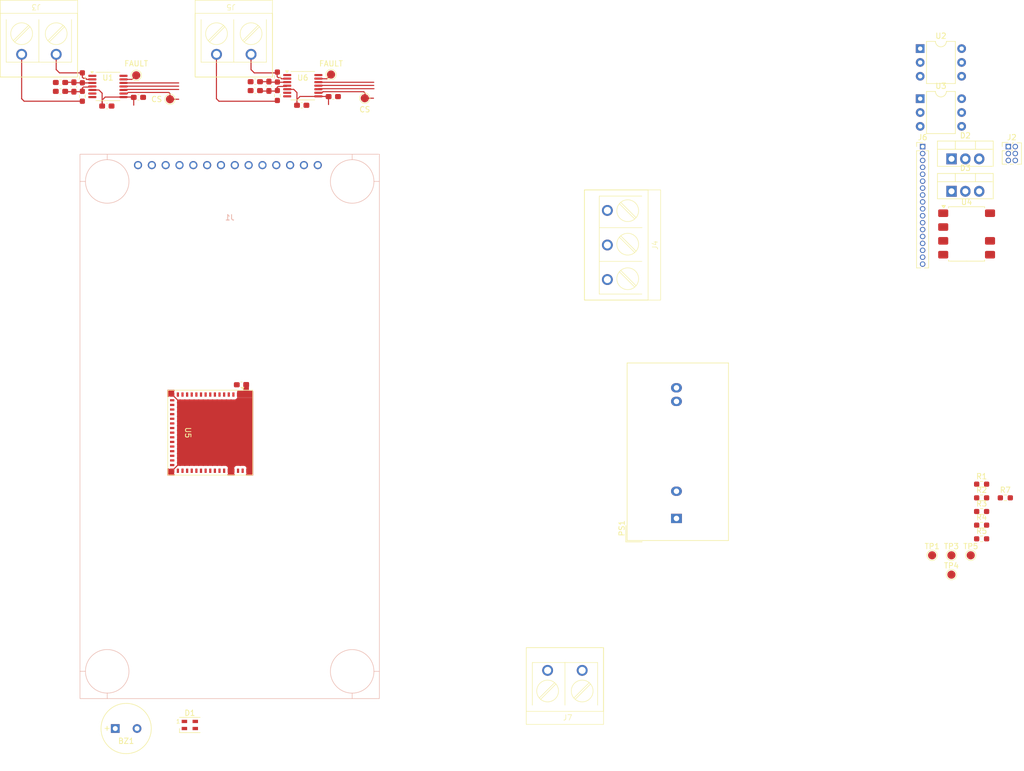
<source format=kicad_pcb>
(kicad_pcb (version 20240108) (generator "pcbnew") (generator_version "8.0")
  (layers (0 "F.Cu" signal) (31 "B.Cu" signal) (34 "B.Paste" user) (35 "F.Paste" user) (36 "B.SilkS" user "B.Silkscreen") (37 "F.SilkS" user "F.Silkscreen") (38 "B.Mask" user) (39 "F.Mask" user) (44 "Edge.Cuts" user))
  (net 0 "")
  (net 1 "GND")
  (net 2 "/BUZ")
  (net 3 "Net-(U1-T-)")
  (net 4 "Net-(U1-T+)")
  (net 5 "+3.3V")
  (net 6 "Net-(U6-T+)")
  (net 7 "Net-(U6-T-)")
  (net 8 "/LED_{STAT}")
  (net 10 "LINE")
  (net 11 "/HEATER1")
  (net 12 "Net-(D2-G)")
  (net 13 "/HEATER2")
  (net 14 "Net-(D3-G)")
  (net 15 "/~{CS}_{T}")
  (net 16 "/MISO")
  (net 17 "/DIN_{T}")
  (net 19 "/~{RESET}")
  (net 20 "/~{CS}_{D}")
  (net 21 "/CLK")
  (net 22 "/LED")
  (net 24 "/DC{slash}RS")
  (net 25 "/GPIO0")
  (net 26 "/RX")
  (net 27 "/TX")
  (net 28 "Net-(J3-Pin_1)")
  (net 29 "Net-(J3-Pin_2)")
  (net 30 "/FAN")
  (net 31 "Net-(J5-Pin_1)")
  (net 32 "Net-(J5-Pin_2)")
  (net 51 "NEUT")
  (net 52 "Net-(R1-Pad1)")
  (net 53 "Net-(R2-Pad1)")
  (net 54 "Net-(R3-Pad2)")
  (net 55 "/PWM1_{OUT}")
  (net 56 "Net-(R4-Pad2)")
  (net 57 "/PWM2_{OUT}")
  (net 58 "Net-(R5-Pad2)")
  (net 59 "/PWM3_{OUT}")
  (net 60 "/~{FAULT}_{K1}")
  (net 61 "/~{FAULT}_{K2}")
  (net 62 "/~{CS}_{K1}")
  (net 63 "/~{CS}_{K2}")
  (footprint "Dorabo_Screw_Terminal:DORABO DBT50G-6.35-2P-BK-P OGC" (layer "F.Cu") (at 134.675 31.9 180)
    (property "Reference" "J5" (at 0.5 6.231625 180) (layer "F.SilkS") (effects (font (thickness 0.1))))
    (property "Value" "Probe Right" (hide yes))
    (pad "1" thru_hole circle (at -3.175 -2.45 180) (size 2 2) (drill 1.3) (layers "*.Cu" "*.Mask") (net 31 "Net-(J5-Pin_1)"))
    (pad "2" thru_hole circle (at 3.175 -2.45 180) (size 2 2) (drill 1.3) (layers "*.Cu" "*.Mask") (net 32 "Net-(J5-Pin_2)"))
  )
  (footprint "Buzzer_Beeper:MagneticBuzzer_PUI_AT-0927-TT-6-R" (layer "F.Cu") (at 112.9 158.2)
    (property "Reference" "BZ1" (at 2 2.3 360) (layer "F.SilkS"))
    (property "Value" "Buzzer")
    (fp_text user "+" (at -1.5 -0.1 360) (layer "F.SilkS"))
    (pad "1" thru_hole rect (at 0 0) (size 1.6 1.6) (drill 0.9) (layers "*.Cu" "*.Mask") (net 2 "/BUZ"))
    (pad "2" thru_hole circle (at 4 0) (size 1.6 1.6) (drill 0.9) (layers "*.Cu" "*.Mask") (net 1 "GND"))
  )
  (footprint "Capacitor_SMD:C_0603_1608Metric_Pad1.08x0.95mm_HandSolder" (layer "F.Cu") (at 111.35 43.85)
    (property "Reference" "C5" (hide yes))
    (property "Value" "0.1uF 5V")
    (pad "1" smd roundrect (at -0.8625 0) (size 1.075 0.95) (layers "F.Cu" "F.Paste" "F.Mask") (net 5 "+3.3V"))
    (pad "2" smd roundrect (at 0.8625 0) (size 1.075 0.95) (layers "F.Cu" "F.Paste" "F.Mask") (net 1 "GND"))
  )
  (footprint "Connector_PinHeader_1.27mm:PinHeader_2x03_P1.27mm_Vertical" (layer "F.Cu") (at 276.965 51.3)
    (property "Reference" "J2" (at 0.635 -1.695 0) (layer "F.SilkS"))
    (property "Value" "Prog")
    (pad "1" thru_hole rect (at 0 0) (size 1 1) (drill 0.65) (layers "*.Cu" "*.Mask") (net 5 "+3.3V"))
    (pad "2" thru_hole oval (at 1.27 0) (size 1 1) (drill 0.65) (layers "*.Cu" "*.Mask") (net 26 "/RX"))
    (pad "3" thru_hole oval (at 0 1.27) (size 1 1) (drill 0.65) (layers "*.Cu" "*.Mask") (net 1 "GND"))
    (pad "4" thru_hole oval (at 1.27 1.27) (size 1 1) (drill 0.65) (layers "*.Cu" "*.Mask") (net 25 "/GPIO0"))
    (pad "5" thru_hole oval (at 0 2.54) (size 1 1) (drill 0.65) (layers "*.Cu" "*.Mask") (net 27 "/TX"))
    (pad "6" thru_hole oval (at 1.27 2.54) (size 1 1) (drill 0.65) (layers "*.Cu" "*.Mask") (net 19 "/~{RESET}"))
  )
  (footprint "Capacitor_SMD:C_0603_1608Metric_Pad1.08x0.95mm_HandSolder" (layer "F.Cu") (at 136.0875 95.05)
    (property "Reference" "C11" (hide yes))
    (property "Value" "0.1uF 5V")
    (pad "1" smd roundrect (at -0.8625 0) (size 1.075 0.95) (layers "F.Cu" "F.Paste" "F.Mask") (net 5 "+3.3V"))
    (pad "2" smd roundrect (at 0.8625 0) (size 1.075 0.95) (layers "F.Cu" "F.Paste" "F.Mask") (net 1 "GND"))
  )
  (footprint "TestPoint:TestPoint_Pad_D1.5mm" (layer "F.Cu") (at 266.505 126.38)
    (property "Reference" "TP3" (at 0 -1.648 0) (layer "F.SilkS"))
    (property "Value" "RX")
    (pad "1" smd circle (at 0 0) (size 1.5 1.5) (layers "F.Cu" "F.Mask") (net 26 "/RX"))
  )
  (footprint "Package_SO:TSSOP-14_4.4x5mm_P0.65mm" (layer "F.Cu") (at 147.35 40.110875)
    (property "Reference" "U6" (at 0 -1.45 360) (layer "F.SilkS"))
    (property "Value" "MAX31856")
    (pad "1" smd roundrect (at -2.8625 -1.95) (size 1.475 0.4) (layers "F.Cu" "F.Paste" "F.Mask") (net 1 "GND"))
    (pad "2" smd roundrect (at -2.8625 -1.3) (size 1.475 0.4) (layers "F.Cu" "F.Paste" "F.Mask") (net 31 "Net-(J5-Pin_1)"))
    (pad "3" smd roundrect (at -2.8625 -0.65) (size 1.475 0.4) (layers "F.Cu" "F.Paste" "F.Mask") (net 7 "Net-(U6-T-)"))
    (pad "4" smd roundrect (at -2.8625 0) (size 1.475 0.4) (layers "F.Cu" "F.Paste" "F.Mask") (net 6 "Net-(U6-T+)"))
    (pad "5" smd roundrect (at -2.8625 0.65) (size 1.475 0.4) (layers "F.Cu" "F.Paste" "F.Mask") (net 5 "+3.3V"))
    (pad "6" smd roundrect (at -2.8625 1.3) (size 1.475 0.4) (layers "F.Cu" "F.Paste" "F.Mask"))
    (pad "7" smd roundrect (at -2.8625 1.95) (size 1.475 0.4) (layers "F.Cu" "F.Paste" "F.Mask"))
    (pad "8" smd roundrect (at 2.8625 1.95) (size 1.475 0.4) (layers "F.Cu" "F.Paste" "F.Mask") (net 5 "+3.3V"))
    (pad "9" smd roundrect (at 2.8625 1.3) (size 1.475 0.4) (layers "F.Cu" "F.Paste" "F.Mask") (net 63 "/~{CS}_{K2}"))
    (pad "10" smd roundrect (at 2.8625 0.65) (size 1.475 0.4) (layers "F.Cu" "F.Paste" "F.Mask") (net 21 "/CLK"))
    (pad "11" smd roundrect (at 2.8625 0) (size 1.475 0.4) (layers "F.Cu" "F.Paste" "F.Mask") (net 16 "/MISO"))
    (pad "12" smd roundrect (at 2.8625 -0.65) (size 1.475 0.4) (layers "F.Cu" "F.Paste" "F.Mask") (net 17 "/DIN_{T}"))
    (pad "13" smd roundrect (at 2.8625 -1.3) (size 1.475 0.4) (layers "F.Cu" "F.Paste" "F.Mask") (net 61 "/~{FAULT}_{K2}"))
    (pad "14" smd roundrect (at 2.8625 -1.95) (size 1.475 0.4) (layers "F.Cu" "F.Paste" "F.Mask") (net 1 "GND"))
  )
  (footprint "TestPoint:TestPoint_Pad_D1.5mm" (layer "F.Cu") (at 116.75 38.2)
    (property "Reference" "FAULT" (at 0 -2.15 0) (layer "F.SilkS"))
    (property "Value" "E_{K1}")
    (pad "1" smd circle (at 0 0) (size 1.5 1.5) (layers "F.Cu" "F.Mask") (net 60 "/~{FAULT}_{K1}"))
  )
  (footprint "Capacitor_SMD:C_0603_1608Metric_Pad1.08x0.95mm_HandSolder" (layer "F.Cu") (at 147.15 43.710875)
    (property "Reference" "C9" (hide yes))
    (property "Value" "0.1uF 5V")
    (pad "1" smd roundrect (at -0.8625 0) (size 1.075 0.95) (layers "F.Cu" "F.Paste" "F.Mask") (net 5 "+3.3V"))
    (pad "2" smd roundrect (at 0.8625 0) (size 1.075 0.95) (layers "F.Cu" "F.Paste" "F.Mask") (net 1 "GND"))
  )
  (footprint "Capacitor_SMD:C_0603_1608Metric_Pad1.08x0.95mm_HandSolder" (layer "F.Cu") (at 152.95 42.110875)
    (property "Reference" "C10" (hide yes))
    (property "Value" "0.1uF 5V")
    (pad "1" smd roundrect (at -0.8625 0) (size 1.075 0.95) (layers "F.Cu" "F.Paste" "F.Mask") (net 5 "+3.3V"))
    (pad "2" smd roundrect (at 0.8625 0) (size 1.075 0.95) (layers "F.Cu" "F.Paste" "F.Mask") (net 1 "GND"))
  )
  (footprint "LED_SMD:LED_SK6805_PLCC4_2.4x2.7mm_P1.3mm" (layer "F.Cu") (at 126.6 157.55)
    (property "Reference" "D1" (at 0 -2.2 0) (layer "F.SilkS"))
    (property "Value" "SK6805")
    (fp_text user "1" (at -2.15 -0.65 0) (layer "F.SilkS") (effects (font (size 0.75 0.75) (thickness 0.12))))
    (pad "1" smd rect (at -1 -0.65) (size 1 0.6) (layers "F.Cu" "F.Paste" "F.Mask"))
    (pad "2" smd rect (at -1 0.65) (size 1 0.6) (layers "F.Cu" "F.Paste" "F.Mask") (net 1 "GND"))
    (pad "3" smd rect (at 1 0.65) (size 1 0.6) (layers "F.Cu" "F.Paste" "F.Mask") (net 8 "/LED_{STAT}"))
    (pad "4" smd rect (at 1 -0.65) (size 1 0.6) (layers "F.Cu" "F.Paste" "F.Mask") (net 5 "+3.3V"))
  )
  (footprint "Converter_ACDC:Converter_ACDC_Hi-Link_HLK-2Mxx" (layer "F.Cu") (at 215.9925 119.6075 90)
    (property "Reference" "PS1" (at -1.8 -10.04 90) (layer "F.SilkS"))
    (property "Value" "HLK-2M03")
    (pad "1" thru_hole rect (at 0 0 90) (size 1.7 2) (drill 1) (layers "*.Cu" "*.Mask") (net 10 "LINE"))
    (pad "2" thru_hole oval (at 5 0 90) (size 1.7 2) (drill 1) (layers "*.Cu" "*.Mask") (net 51 "NEUT"))
    (pad "3" thru_hole oval (at 21.5 0 90) (size 1.7 2) (drill 1) (layers "*.Cu" "*.Mask") (net 1 "GND"))
    (pad "4" thru_hole oval (at 24 0 90) (size 1.7 2) (drill 1) (layers "*.Cu" "*.Mask") (net 5 "+3.3V"))
  )
  (footprint "Package_SO:SSO-7-8_6.4x9.78mm_P2.54mm" (layer "F.Cu") (at 269.295 67.345)
    (property "Reference" "U4" (at 0 -5.84 0) (layer "F.SilkS"))
    (property "Value" "BC-BC3223A")
    (pad "1" smd roundrect (at -4.3 -3.81) (size 1.85 1.4) (layers "F.Cu" "F.Paste" "F.Mask") (roundrect_rratio 0.178571) (net 1 "GND"))
    (pad "2" smd roundrect (at -4.3 -1.27) (size 1.85 1.4) (layers "F.Cu" "F.Paste" "F.Mask") (roundrect_rratio 0.178571) (net 58 "Net-(R5-Pad2)"))
    (pad "3" smd roundrect (at -4.3 1.27) (size 1.85 1.4) (layers "F.Cu" "F.Paste" "F.Mask") (roundrect_rratio 0.178571) (net 1 "GND"))
    (pad "4" smd roundrect (at -4.3 3.81) (size 1.85 1.4) (layers "F.Cu" "F.Paste" "F.Mask") (roundrect_rratio 0.178571) (net 1 "GND"))
    (pad "5" smd roundrect (at 4.3 3.81) (size 1.85 1.4) (layers "F.Cu" "F.Paste" "F.Mask") (roundrect_rratio 0.178571) (net 51 "NEUT"))
    (pad "6" smd roundrect (at 4.3 1.27) (size 1.85 1.4) (layers "F.Cu" "F.Paste" "F.Mask") (roundrect_rratio 0.178571) (net 30 "/FAN"))
    (pad "8" smd roundrect (at 4.3 -3.81) (size 1.85 1.4) (layers "F.Cu" "F.Paste" "F.Mask") (roundrect_rratio 0.178571) (net 10 "LINE"))
  )
  (footprint "Package_TO_SOT_THT:TO-220-3_Vertical" (layer "F.Cu") (at 266.525 59.51)
    (property "Reference" "D3" (at 2.54 -4.27 0) (layer "F.SilkS"))
    (property "Value" "BT151-650R")
    (pad "1" thru_hole rect (at 0 0) (size 1.905 2) (drill 1.1) (layers "*.Cu" "*.Mask") (net 13 "/HEATER2"))
    (pad "2" thru_hole oval (at 2.54 0) (size 1.905 2) (drill 1.1) (layers "*.Cu" "*.Mask") (net 10 "LINE"))
    (pad "3" thru_hole oval (at 5.08 0) (size 1.905 2) (drill 1.1) (layers "*.Cu" "*.Mask") (net 14 "Net-(D3-G)"))
  )
  (footprint "TestPoint:TestPoint_Pad_D1.5mm" (layer "F.Cu") (at 122.95 42.6)
    (property "Reference" "CS" (at -2.45 0 0) (layer "F.SilkS"))
    (property "Value" "CS_{K1}")
    (pad "1" smd circle (at 0 0) (size 1.5 1.5) (layers "F.Cu" "F.Mask") (net 62 "/~{CS}_{K1}"))
  )
  (footprint "TestPoint:TestPoint_Pad_D1.5mm" (layer "F.Cu") (at 270.055 126.38)
    (property "Reference" "TP5" (at 0 -1.648 0) (layer "F.SilkS"))
    (property "Value" "EN")
    (pad "1" smd circle (at 0 0) (size 1.5 1.5) (layers "F.Cu" "F.Mask") (net 19 "/~{RESET}"))
  )
  (footprint "Package_TO_SOT_THT:TO-220-3_Vertical" (layer "F.Cu") (at 266.525 53.55)
    (property "Reference" "D2" (at 2.54 -4.27 0) (layer "F.SilkS"))
    (property "Value" "BT151-650R")
    (pad "1" thru_hole rect (at 0 0) (size 1.905 2) (drill 1.1) (layers "*.Cu" "*.Mask") (net 11 "/HEATER1"))
    (pad "2" thru_hole oval (at 2.54 0) (size 1.905 2) (drill 1.1) (layers "*.Cu" "*.Mask") (net 10 "LINE"))
    (pad "3" thru_hole oval (at 5.08 0) (size 1.905 2) (drill 1.1) (layers "*.Cu" "*.Mask") (net 12 "Net-(D2-G)"))
  )
  (footprint "Capacitor_SMD:C_0603_1608Metric_Pad1.08x0.95mm_HandSolder" (layer "F.Cu") (at 105.3 40.35 90)
    (property "Reference" "C1" (hide yes))
    (property "Value" "0.1uF 5V")
    (pad "1" smd roundrect (at -0.8625 0 90) (size 1.075 0.95) (layers "F.Cu" "F.Paste" "F.Mask") (net 4 "Net-(U1-T+)"))
    (pad "2" smd roundrect (at 0.8625 0 90) (size 1.075 0.95) (layers "F.Cu" "F.Paste" "F.Mask") (net 3 "Net-(U1-T-)"))
  )
  (footprint "TestPoint:TestPoint_Pad_D1.5mm" (layer "F.Cu") (at 158.7375 42.410875 180)
    (property "Reference" "CS" (at 0 -2.07 360) (layer "F.SilkS"))
    (property "Value" "CS_{K2}")
    (pad "1" smd circle (at 0 0 180) (size 1.5 1.5) (layers "F.Cu" "F.Mask") (net 63 "/~{CS}_{K2}"))
  )
  (footprint "Package_DIP:DIP-6_W7.62mm" (layer "F.Cu") (at 260.765 42.5)
    (property "Reference" "U3" (at 3.81 -2.33 0) (layer "F.SilkS"))
    (property "Value" "HT-308X")
    (pad "1" thru_hole rect (at 0 0) (size 1.6 1.6) (drill 0.8) (layers "*.Cu" "*.Mask") (net 56 "Net-(R4-Pad2)"))
    (pad "2" thru_hole oval (at 0 2.54) (size 1.6 1.6) (drill 0.8) (layers "*.Cu" "*.Mask") (net 1 "GND"))
    (pad "3" thru_hole oval (at 0 5.08) (size 1.6 1.6) (drill 0.8) (layers "*.Cu" "*.Mask"))
    (pad "4" thru_hole oval (at 7.62 5.08) (size 1.6 1.6) (drill 0.8) (layers "*.Cu" "*.Mask") (net 53 "Net-(R2-Pad1)"))
    (pad "5" thru_hole oval (at 7.62 2.54) (size 1.6 1.6) (drill 0.8) (layers "*.Cu" "*.Mask"))
    (pad "6" thru_hole oval (at 7.62 0) (size 1.6 1.6) (drill 0.8) (layers "*.Cu" "*.Mask") (net 10 "LINE"))
  )
  (footprint "TestPoint:TestPoint_Pad_D1.5mm" (layer "F.Cu") (at 152.5375 38.060875 180)
    (property "Reference" "FAULT" (at 0 2 360) (layer "F.SilkS"))
    (property "Value" "E_{K2}")
    (pad "1" smd circle (at 0 0 180) (size 1.5 1.5) (layers "F.Cu" "F.Mask") (net 61 "/~{FAULT}_{K2}"))
  )
  (footprint "Resistor_SMD:R_0603_1608Metric_Pad0.98x0.95mm_HandSolder" (layer "F.Cu") (at 272.055 118.33)
    (property "Reference" "R3" (at 0 -1.43 0) (layer "F.SilkS"))
    (property "Value" "105")
    (pad "1" smd roundrect (at -0.9125 0) (size 0.975 0.95) (layers "F.Cu" "F.Paste" "F.Mask") (net 55 "/PWM1_{OUT}"))
    (pad "2" smd roundrect (at 0.9125 0) (size 0.975 0.95) (layers "F.Cu" "F.Paste" "F.Mask") (net 54 "Net-(R3-Pad2)"))
  )
  (footprint "Capacitor_SMD:C_0603_1608Metric_Pad1.08x0.95mm_HandSolder" (layer "F.Cu") (at 102.8375 39.52 180)
    (property "Reference" "C2" (hide yes))
    (property "Value" "0.01uF 5V")
    (pad "1" smd roundrect (at -0.8625 0 180) (size 1.075 0.95) (layers "F.Cu" "F.Paste" "F.Mask") (net 3 "Net-(U1-T-)"))
    (pad "2" smd roundrect (at 0.8625 0 180) (size 1.075 0.95) (layers "F.Cu" "F.Paste" "F.Mask") (net 1 "GND"))
  )
  (footprint "Resistor_SMD:R_0603_1608Metric_Pad0.98x0.95mm_HandSolder" (layer "F.Cu") (at 106.85 42.05 90)
    (property "Reference" "R6" (hide yes))
    (property "Value" "100")
    (pad "1" smd roundrect (at -0.9125 0 90) (size 0.975 0.95) (layers "F.Cu" "F.Paste" "F.Mask") (net 29 "Net-(J3-Pin_2)"))
    (pad "2" smd roundrect (at 0.9125 0 90) (size 0.975 0.95) (layers "F.Cu" "F.Paste" "F.Mask") (net 4 "Net-(U1-T+)"))
  )
  (footprint "Resistor_SMD:R_0603_1608Metric_Pad0.98x0.95mm_HandSolder" (layer "F.Cu") (at 276.405 115.82)
    (property "Reference" "R7" (at 0 -1.43 0) (layer "F.SilkS"))
    (property "Value" "1k")
    (pad "1" smd roundrect (at -0.9125 0) (size 0.975 0.95) (layers "F.Cu" "F.Paste" "F.Mask") (net 5 "+3.3V"))
    (pad "2" smd roundrect (at 0.9125 0) (size 0.975 0.95) (layers "F.Cu" "F.Paste" "F.Mask") (net 19 "/~{RESET}"))
  )
  (footprint "Package_SO:TSSOP-14_4.4x5mm_P0.65mm" (layer "F.Cu") (at 111.55 40.25)
    (property "Reference" "U1" (at 0 -1.6 0) (layer "F.SilkS"))
    (property "Value" "MAX31856")
    (pad "1" smd roundrect (at -2.8625 -1.95) (size 1.475 0.4) (layers "F.Cu" "F.Paste" "F.Mask") (net 1 "GND"))
    (pad "2" smd roundrect (at -2.8625 -1.3) (size 1.475 0.4) (layers "F.Cu" "F.Paste" "F.Mask") (net 28 "Net-(J3-Pin_1)"))
    (pad "3" smd roundrect (at -2.8625 -0.65) (size 1.475 0.4) (layers "F.Cu" "F.Paste" "F.Mask") (net 3 "Net-(U1-T-)"))
    (pad "4" smd roundrect (at -2.8625 0) (size 1.475 0.4) (layers "F.Cu" "F.Paste" "F.Mask") (net 4 "Net-(U1-T+)"))
    (pad "5" smd roundrect (at -2.8625 0.65) (size 1.475 0.4) (layers "F.Cu" "F.Paste" "F.Mask") (net 5 "+3.3V"))
    (pad "6" smd roundrect (at -2.8625 1.3) (size 1.475 0.4) (layers "F.Cu" "F.Paste" "F.Mask"))
    (pad "7" smd roundrect (at -2.8625 1.95) (size 1.475 0.4) (layers "F.Cu" "F.Paste" "F.Mask"))
    (pad "8" smd roundrect (at 2.8625 1.95) (size 1.475 0.4) (layers "F.Cu" "F.Paste" "F.Mask") (net 5 "+3.3V"))
    (pad "9" smd roundrect (at 2.8625 1.3) (size 1.475 0.4) (layers "F.Cu" "F.Paste" "F.Mask") (net 62 "/~{CS}_{K1}"))
    (pad "10" smd roundrect (at 2.8625 0.65) (size 1.475 0.4) (layers "F.Cu" "F.Paste" "F.Mask") (net 21 "/CLK"))
    (pad "11" smd roundrect (at 2.8625 0) (size 1.475 0.4) (layers "F.Cu" "F.Paste" "F.Mask") (net 16 "/MISO"))
    (pad "12" smd roundrect (at 2.8625 -0.65) (size 1.475 0.4) (layers "F.Cu" "F.Paste" "F.Mask") (net 17 "/DIN_{T}"))
    (pad "13" smd roundrect (at 2.8625 -1.3) (size 1.475 0.4) (layers "F.Cu" "F.Paste" "F.Mask") (net 60 "/~{FAULT}_{K1}"))
    (pad "14" smd roundrect (at 2.8625 -1.95) (size 1.475 0.4) (layers "F.Cu" "F.Paste" "F.Mask") (net 1 "GND"))
  )
  (footprint "Dorabo_Screw_Terminal:DORABO DBT50G-6.35-3P-BK-P OGC" (layer "F.Cu") (at 205.7 72.4 90)
    (property "Reference" "J4" (at 2.99 6.36 90) (layer "F.SilkS") (effects (font (thickness 0.1))))
    (property "Value" "Heaters / Fan" (hide yes))
    (pad "1" thru_hole circle (at -3.325 -2.4 90) (size 2 2) (drill 1.3) (layers "*.Cu" "*.Mask") (net 11 "/HEATER1"))
    (pad "2" thru_hole circle (at 3.025 -2.4 90) (size 2 2) (drill 1.3) (layers "*.Cu" "*.Mask") (net 13 "/HEATER2"))
    (pad "3" thru_hole circle (at 9.375 -2.4 90) (size 2 2) (drill 1.3) (layers "*.Cu" "*.Mask") (net 30 "/FAN"))
  )
  (footprint "TestPoint:TestPoint_Pad_D1.5mm" (layer "F.Cu") (at 262.955 126.38)
    (property "Reference" "TP1" (at 0 -1.648 0) (layer "F.SilkS"))
    (property "Value" "PWR")
    (pad "1" smd circle (at 0 0) (size 1.5 1.5) (layers "F.Cu" "F.Mask") (net 5 "+3.3V"))
  )
  (footprint "Connector_PinHeader_1.27mm:PinHeader_1x18_P1.27mm_Vertical" (layer "F.Cu") (at 261.215 51.3)
    (property "Reference" "J6" (at 0 -1.695 0) (layer "F.SilkS"))
    (property "Value" "Expansion Port")
    (pad "1" thru_hole rect (at 0 0) (size 1 1) (drill 0.65) (layers "*.Cu" "*.Mask"))
    (pad "2" thru_hole oval (at 0 1.27) (size 1 1) (drill 0.65) (layers "*.Cu" "*.Mask"))
    (pad "3" thru_hole oval (at 0 2.54) (size 1 1) (drill 0.65) (layers "*.Cu" "*.Mask"))
    (pad "4" thru_hole oval (at 0 3.81) (size 1 1) (drill 0.65) (layers "*.Cu" "*.Mask"))
    (pad "5" thru_hole oval (at 0 5.08) (size 1 1) (drill 0.65) (layers "*.Cu" "*.Mask"))
    (pad "6" thru_hole oval (at 0 6.35) (size 1 1) (drill 0.65) (layers "*.Cu" "*.Mask"))
    (pad "7" thru_hole oval (at 0 7.62) (size 1 1) (drill 0.65) (layers "*.Cu" "*.Mask"))
    (pad "8" thru_hole oval (at 0 8.89) (size 1 1) (drill 0.65) (layers "*.Cu" "*.Mask"))
    (pad "9" thru_hole oval (at 0 10.16) (size 1 1) (drill 0.65) (layers "*.Cu" "*.Mask"))
    (pad "10" thru_hole oval (at 0 11.43) (size 1 1) (drill 0.65) (layers "*.Cu" "*.Mask"))
    (pad "11" thru_hole oval (at 0 12.7) (size 1 1) (drill 0.65) (layers "*.Cu" "*.Mask"))
    (pad "12" thru_hole oval (at 0 13.97) (size 1 1) (drill 0.65) (layers "*.Cu" "*.Mask"))
    (pad "13" thru_hole oval (at 0 15.24) (size 1 1) (drill 0.65) (layers "*.Cu" "*.Mask"))
    (pad "14" thru_hole oval (at 0 16.51) (size 1 1) (drill 0.65) (layers "*.Cu" "*.Mask"))
    (pad "15" thru_hole oval (at 0 17.78) (size 1 1) (drill 0.65) (layers "*.Cu" "*.Mask"))
    (pad "16" thru_hole oval (at 0 19.05) (size 1 1) (drill 0.65) (layers "*.Cu" "*.Mask"))
    (pad "17" thru_hole oval (at 0 20.32) (size 1 1) (drill 0.65) (layers "*.Cu" "*.Mask"))
    (pad "18" thru_hole oval (at 0 21.59) (size 1 1) (drill 0.65) (layers "*.Cu" "*.Mask"))
  )
  (footprint "Capacitor_SMD:C_0603_1608Metric_Pad1.08x0.95mm_HandSolder" (layer "F.Cu") (at 102.8375 41.15 180)
    (property "Reference" "C3" (hide yes))
    (property "Value" "0.01uF 5V")
    (pad "1" smd roundrect (at -0.8625 0 180) (size 1.075 0.95) (layers "F.Cu" "F.Paste" "F.Mask") (net 4 "Net-(U1-T+)"))
    (pad "2" smd roundrect (at 0.8625 0 180) (size 1.075 0.95) (layers "F.Cu" "F.Paste" "F.Mask") (net 1 "GND"))
  )
  (footprint "Capacitor_SMD:C_0603_1608Metric_Pad1.08x0.95mm_HandSolder" (layer "F.Cu") (at 141.125 40.210875 90)
    (property "Reference" "C7" (hide yes))
    (property "Value" "0.1uF 5V")
    (pad "1" smd roundrect (at -0.8625 0 90) (size 1.075 0.95) (layers "F.Cu" "F.Paste" "F.Mask") (net 6 "Net-(U6-T+)"))
    (pad "2" smd roundrect (at 0.8625 0 90) (size 1.075 0.95) (layers "F.Cu" "F.Paste" "F.Mask") (net 7 "Net-(U6-T-)"))
  )
  (footprint "RF_Module:ESP32-S2-MINI-1U" (layer "F.Cu") (at 130.35 103.85 -90)
    (property "Reference" "U5" (at 0 4.1 -90) (layer "F.SilkS"))
    (property "Value" "ESP32-S2-MINI-2U")
    (pad "1" smd rect (at -7 -5.95 270) (size 0.8 0.4) (layers "F.Cu" "F.Paste" "F.Mask") (net 1 "GND"))
    (pad "2" smd rect (at -7 -5.1 270) (size 0.8 0.4) (layers "F.Cu" "F.Paste" "F.Mask") (net 1 "GND"))
    (pad "3" smd rect (at -7 -4.25 270) (size 0.8 0.4) (layers "F.Cu" "F.Paste" "F.Mask") (net 5 "+3.3V"))
    (pad "4" smd rect (at -7 -3.4 270) (size 0.8 0.4) (layers "F.Cu" "F.Paste" "F.Mask") (net 25 "/GPIO0"))
    (pad "5" smd rect (at -7 -2.55 270) (size 0.8 0.4) (layers "F.Cu" "F.Paste" "F.Mask") (net 55 "/PWM1_{OUT}"))
    (pad "6" smd rect (at -7 -1.7 270) (size 0.8 0.4) (layers "F.Cu" "F.Paste" "F.Mask") (net 57 "/PWM2_{OUT}"))
    (pad "7" smd rect (at -7 -0.85 270) (size 0.8 0.4) (layers "F.Cu" "F.Paste" "F.Mask") (net 59 "/PWM3_{OUT}"))
    (pad "8" smd rect (at -7 0 270) (size 0.8 0.4) (layers "F.Cu" "F.Paste" "F.Mask"))
    (pad "9" smd rect (at -7 0.85 270) (size 0.8 0.4) (layers "F.Cu" "F.Paste" "F.Mask") (net 20 "/~{CS}_{D}"))
    (pad "10" smd rect (at -7 1.7 270) (size 0.8 0.4) (layers "F.Cu" "F.Paste" "F.Mask") (net 15 "/~{CS}_{T}"))
    (pad "11" smd rect (at -7 2.55 270) (size 0.8 0.4) (layers "F.Cu" "F.Paste" "F.Mask") (net 62 "/~{CS}_{K1}"))
    (pad "12" smd rect (at -7 3.4 270) (size 0.8 0.4) (layers "F.Cu" "F.Paste" "F.Mask") (net 63 "/~{CS}_{K2}"))
    (pad "13" smd rect (at -7 4.25 270) (size 0.8 0.4) (layers "F.Cu" "F.Paste" "F.Mask"))
    (pad "14" smd rect (at -7 5.1 270) (size 0.8 0.4) (layers "F.Cu" "F.Paste" "F.Mask") (net 17 "/DIN_{T}"))
    (pad "15" smd rect (at -7 5.95 270) (size 0.8 0.4) (layers "F.Cu" "F.Paste" "F.Mask") (net 16 "/MISO"))
    (pad "16" smd rect (at -5.95 7) (size 0.8 0.4) (layers "F.Cu" "F.Paste" "F.Mask") (net 21 "/CLK"))
    (pad "17" smd rect (at -5.1 7) (size 0.8 0.4) (layers "F.Cu" "F.Paste" "F.Mask"))
    (pad "18" smd rect (at -4.25 7) (size 0.8 0.4) (layers "F.Cu" "F.Paste" "F.Mask") (net 24 "/DC{slash}RS"))
    (pad "19" smd rect (at -3.4 7) (size 0.8 0.4) (layers "F.Cu" "F.Paste" "F.Mask") (net 22 "/LED"))
    (pad "20" smd rect (at -2.55 7) (size 0.8 0.4) (layers "F.Cu" "F.Paste" "F.Mask"))
    (pad "21" smd rect (at -1.7 7) (size 0.8 0.4) (layers "F.Cu" "F.Paste" "F.Mask") (net 8 "/LED_{STAT}"))
    (pad "22" smd rect (at -0.85 7) (size 0.8 0.4) (layers "F.Cu" "F.Paste" "F.Mask"))
    (pad "23" smd rect (at 0 7) (size 0.8 0.4) (layers "F.Cu" "F.Paste" "F.Mask"))
    (pad "24" smd rect (at 0.85 7) (size 0.8 0.4) (layers "F.Cu" "F.Paste" "F.Mask") (net 2 "/BUZ"))
    (pad "25" smd rect (at 1.7 7) (size 0.8 0.4) (layers "F.Cu" "F.Paste" "F.Mask"))
    (pad "26" smd rect (at 2.55 7) (size 0.8 0.4) (layers "F.Cu" "F.Paste" "F.Mask"))
    (pad "27" smd rect (at 3.4 7) (size 0.8 0.4) (layers "F.Cu" "F.Paste" "F.Mask"))
    (pad "28" smd rect (at 4.25 7) (size 0.8 0.4) (layers "F.Cu" "F.Paste" "F.Mask"))
    (pad "29" smd rect (at 5.1 7) (size 0.8 0.4) (layers "F.Cu" "F.Paste" "F.Mask"))
    (pad "30" smd rect (at 5.95 7) (size 0.8 0.4) (layers "F.Cu" "F.Paste" "F.Mask"))
    (pad "31" smd rect (at 7 5.95 270) (size 0.8 0.4) (layers "F.Cu" "F.Paste" "F.Mask"))
    (pad "32" smd rect (at 7 5.1 270) (size 0.8 0.4) (layers "F.Cu" "F.Paste" "F.Mask"))
    (pad "33" smd rect (at 7 4.25 270) (size 0.8 0.4) (layers "F.Cu" "F.Paste" "F.Mask"))
    (pad "34" smd rect (at 7 3.4 270) (size 0.8 0.4) (layers "F.Cu" "F.Paste" "F.Mask"))
    (pad "35" smd rect (at 7 2.55 270) (size 0.8 0.4) (layers "F.Cu" "F.Paste" "F.Mask"))
    (pad "36" smd rect (at 7 1.7 270) (size 0.8 0.4) (layers "F.Cu" "F.Paste" "F.Mask"))
    (pad "37" smd rect (at 7 0.85 270) (size 0.8 0.4) (layers "F.Cu" "F.Paste" "F.Mask"))
    (pad "38" smd rect (at 7 0 270) (size 0.8 0.4) (layers "F.Cu" "F.Paste" "F.Mask"))
    (pad "39" smd rect (at 7 -0.85 270) (size 0.8 0.4) (layers "F.Cu" "F.Paste" "F.Mask") (net 27 "/TX"))
    (pad "40" smd rect (at 7 -1.7 270) (size 0.8 0.4) (layers "F.Cu" "F.Paste" "F.Mask") (net 26 "/RX"))
    (pad "41" smd rect (at 7 -2.55 270) (size 0.8 0.4) (layers "F.Cu" "F.Paste" "F.Mask"))
    (pad "42" smd rect (at 7 -3.4 270) (size 0.8 0.4) (layers "F.Cu" "F.Paste" "F.Mask") (net 1 "GND"))
    (pad "43" smd rect (at 7 -4.25 270) (size 0.8 0.4) (layers "F.Cu" "F.Paste" "F.Mask") (net 1 "GND"))
    (pad "44" smd rect (at 7 -5.1 270) (size 0.8 0.4) (layers "F.Cu" "F.Paste" "F.Mask"))
    (pad "45" smd rect (at 7 -5.95 270) (size 0.8 0.4) (layers "F.Cu" "F.Paste" "F.Mask") (net 19 "/~{RESET}"))
    (pad "46" smd rect (at 5.95 -7) (size 0.8 0.4) (layers "F.Cu" "F.Paste" "F.Mask") (net 1 "GND"))
    (pad "47" smd rect (at 5.1 -7) (size 0.8 0.4) (layers "F.Cu" "F.Paste" "F.Mask") (net 1 "GND"))
    (pad "48" smd rect (at 4.25 -7) (size 0.8 0.4) (layers "F.Cu" "F.Paste" "F.Mask") (net 1 "GND"))
    (pad "49" smd rect (at 3.4 -7) (size 0.8 0.4) (layers "F.Cu" "F.Paste" "F.Mask") (net 1 "GND"))
    (pad "50" smd rect (at 2.55 -7) (size 0.8 0.4) (layers "F.Cu" "F.Paste" "F.Mask") (net 1 "GND"))
    (pad "51" smd rect (at 1.7 -7) (size 0.8 0.4) (layers "F.Cu" "F.Paste" "F.Mask") (net 1 "GND"))
    (pad "52" smd rect (at 0.85 -7) (size 0.8 0.4) (layers "F.Cu" "F.Paste" "F.Mask") (net 1 "GND"))
    (pad "53" smd rect (at 0 -7) (size 0.8 0.4) (layers "F.Cu" "F.Paste" "F.Mask") (net 1 "GND"))
    (pad "54" smd rect (at -0.85 -7) (size 0.8 0.4) (layers "F.Cu" "F.Paste" "F.Mask") (net 1 "GND"))
    (pad "55" smd rect (at -1.7 -7) (size 0.8 0.4) (layers "F.Cu" "F.Paste" "F.Mask") (net 1 "GND"))
    (pad "56" smd rect (at -2.55 -7) (size 0.8 0.4) (layers "F.Cu" "F.Paste" "F.Mask") (net 1 "GND"))
    (pad "57" smd rect (at -3.4 -7) (size 0.8 0.4) (layers "F.Cu" "F.Paste" "F.Mask") (net 1 "GND"))
    (pad "58" smd rect (at -4.25 -7) (size 0.8 0.4) (layers "F.Cu" "F.Paste" "F.Mask") (net 1 "GND"))
    (pad "59" smd rect (at -5.1 -7) (size 0.8 0.4) (layers "F.Cu" "F.Paste" "F.Mask") (net 1 "GND"))
    (pad "60" smd rect (at -5.95 -7) (size 0.8 0.4) (layers "F.Cu" "F.Paste" "F.Mask") (net 1 "GND"))
    (pad "61" smd roundrect (at -1.65 -1.65 270) (size 1.2 1.2) (layers "F.Cu" "F.Paste" "F.Mask") (roundrect_rratio 0) (chamfer_ratio 0.33) (chamfer top_left) (net 1 "GND"))
    (pad "61" smd rect (at -1.65 0 270) (size 1.2 1.2) (layers "F.Cu" "F.Paste" "F.Mask") (net 1 "GND"))
    (pad "61" smd rect (at -1.65 1.65 270) (size 1.2 1.2) (layers "F.Cu" "F.Paste" "F.Mask") (net 1 "GND"))
    (pad "61" smd rect (at 0 -1.65 270) (size 1.2 1.2) (layers "F.Cu" "F.Paste" "F.Mask") (net 1 "GND"))
    (pad "61" smd rect (at 0 0 270) (size 1.2 1.2) (layers "F.Cu" "F.Paste" "F.Mask") (net 1 "GND"))
    (pad "61" smd rect (at 0 1.65 270) (size 1.2 1.2) (layers "F.Cu" "F.Paste" "F.Mask") (net 1 "GND"))
    (pad "61" smd rect (at 1.65 -1.65 270) (size 1.2 1.2) (layers "F.Cu" "F.Paste" "F.Mask") (net 1 "GND"))
    (pad "61" smd rect (at 1.65 0 270) (size 1.2 1.2) (layers "F.Cu" "F.Paste" "F.Mask") (net 1 "GND"))
    (pad "61" smd rect (at 1.65 1.65 270) (size 1.2 1.2) (layers "F.Cu" "F.Paste" "F.Mask") (net 1 "GND"))
    (pad "62" smd rect (at -7 -7 270) (size 0.8 0.8) (layers "F.Cu" "F.Paste" "F.Mask") (net 1 "GND"))
    (pad "63" smd rect (at -7 7 270) (size 0.8 0.8) (layers "F.Cu" "F.Paste" "F.Mask") (net 1 "GND"))
    (pad "64" smd rect (at 7 7 270) (size 0.8 0.8) (layers "F.Cu" "F.Paste" "F.Mask") (net 1 "GND"))
    (pad "65" smd rect (at 7 -7 270) (size 0.8 0.8) (layers "F.Cu" "F.Paste" "F.Mask") (net 1 "GND"))
  )
  (footprint "Resistor_SMD:R_0603_1608Metric_Pad0.98x0.95mm_HandSolder" (layer "F.Cu") (at 142.675 41.910875 90)
    (property "Reference" "R9" (hide yes))
    (property "Value" "100")
    (pad "1" smd roundrect (at -0.9125 0 90) (size 0.975 0.95) (layers "F.Cu" "F.Paste" "F.Mask") (net 32 "Net-(J5-Pin_2)"))
    (pad "2" smd roundrect (at 0.9125 0 90) (size 0.975 0.95) (layers "F.Cu" "F.Paste" "F.Mask") (net 6 "Net-(U6-T+)"))
  )
  (footprint "Resistor_SMD:R_0603_1608Metric_Pad0.98x0.95mm_HandSolder" (layer "F.Cu") (at 106.85 38.6625 -90)
    (property "Reference" "R8" (hide yes))
    (property "Value" "100")
    (pad "1" smd roundrect (at -0.9125 0 270) (size 0.975 0.95) (layers "F.Cu" "F.Paste" "F.Mask") (net 28 "Net-(J3-Pin_1)"))
    (pad "2" smd roundrect (at 0.9125 0 270) (size 0.975 0.95) (layers "F.Cu" "F.Paste" "F.Mask") (net 3 "Net-(U1-T-)"))
  )
  (footprint "Resistor_SMD:R_0603_1608Metric_Pad0.98x0.95mm_HandSolder" (layer "F.Cu") (at 142.675 38.523375 -90)
    (property "Reference" "R10" (hide yes))
    (property "Value" "100")
    (pad "1" smd roundrect (at -0.9125 0 270) (size 0.975 0.95) (layers "F.Cu" "F.Paste" "F.Mask") (net 31 "Net-(J5-Pin_1)"))
    (pad "2" smd roundrect (at 0.9125 0 270) (size 0.975 0.95) (layers "F.Cu" "F.Paste" "F.Mask") (net 7 "Net-(U6-T-)"))
  )
  (footprint "Capacitor_SMD:C_0603_1608Metric_Pad1.08x0.95mm_HandSolder" (layer "F.Cu") (at 138.625 41.010875 180)
    (property "Reference" "C6" (hide yes))
    (property "Value" "0.01uF 5V")
    (pad "1" smd roundrect (at -0.8625 0 180) (size 1.075 0.95) (layers "F.Cu" "F.Paste" "F.Mask") (net 6 "Net-(U6-T+)"))
    (pad "2" smd roundrect (at 0.8625 0 180) (size 1.075 0.95) (layers "F.Cu" "F.Paste" "F.Mask") (net 1 "GND"))
  )
  (footprint "Package_DIP:DIP-6_W7.62mm" (layer "F.Cu") (at 260.765 33.3)
    (property "Reference" "U2" (at 3.81 -2.33 0) (layer "F.SilkS"))
    (property "Value" "HT-308X")
    (pad "1" thru_hole rect (at 0 0) (size 1.6 1.6) (drill 0.8) (layers "*.Cu" "*.Mask") (net 54 "Net-(R3-Pad2)"))
    (pad "2" thru_hole oval (at 0 2.54) (size 1.6 1.6) (drill 0.8) (layers "*.Cu" "*.Mask") (net 1 "GND"))
    (pad "3" thru_hole oval (at 0 5.08) (size 1.6 1.6) (drill 0.8) (layers "*.Cu" "*.Mask"))
    (pad "4" thru_hole oval (at 7.62 5.08) (size 1.6 1.6) (drill 0.8) (layers "*.Cu" "*.Mask") (net 52 "Net-(R1-Pad1)"))
    (pad "5" thru_hole oval (at 7.62 2.54) (size 1.6 1.6) (drill 0.8) (layers "*.Cu" "*.Mask"))
    (pad "6" thru_hole oval (at 7.62 0) (size 1.6 1.6) (drill 0.8) (layers "*.Cu" "*.Mask") (net 10 "LINE"))
  )
  (footprint "Capacitor_SMD:C_0603_1608Metric_Pad1.08x0.95mm_HandSolder" (layer "F.Cu") (at 138.625 39.380875 180)
    (property "Reference" "C8" (hide yes))
    (property "Value" "0.01uF 5V")
    (pad "1" smd roundrect (at -0.8625 0 180) (size 1.075 0.95) (layers "F.Cu" "F.Paste" "F.Mask") (net 7 "Net-(U6-T-)"))
    (pad "2" smd roundrect (at 0.8625 0 180) (size 1.075 0.95) (layers "F.Cu" "F.Paste" "F.Mask") (net 1 "GND"))
  )
  (footprint "Dorabo_Screw_Terminal:DORABO DBT50G-6.35-2P-BK-P OGC" (layer "F.Cu") (at 195.5 149.968375)
    (property "Reference" "J7" (at 0.5 6.231625 0) (layer "F.SilkS") (effects (font (thickness 0.1))))
    (property "Value" "Power In" (hide yes))
    (pad "1" thru_hole circle (at -3.175 -2.45) (size 2 2) (drill 1.3) (layers "*.Cu" "*.Mask") (net 10 "LINE"))
    (pad "2" thru_hole circle (at 3.175 -2.45) (size 2 2) (drill 1.3) (layers "*.Cu" "*.Mask") (net 51 "NEUT"))
  )
  (footprint "Resistor_SMD:R_0603_1608Metric_Pad0.98x0.95mm_HandSolder" (layer "F.Cu") (at 272.055 123.35)
    (property "Reference" "R5" (at 0 -1.43 0) (layer "F.SilkS"))
    (property "Value" "82")
    (pad "1" smd roundrect (at -0.9125 0) (size 0.975 0.95) (layers "F.Cu" "F.Paste" "F.Mask") (net 59 "/PWM3_{OUT}"))
    (pad "2" smd roundrect (at 0.9125 0) (size 0.975 0.95) (layers "F.Cu" "F.Paste" "F.Mask") (net 58 "Net-(R5-Pad2)"))
  )
  (footprint "Capacitor_SMD:C_0603_1608Metric_Pad1.08x0.95mm_HandSolder" (layer "F.Cu") (at 117.15 42.25)
    (property "Reference" "C4" (hide yes))
    (property "Value" "0.1uF 5V")
    (pad "1" smd roundrect (at -0.8625 0) (size 1.075 0.95) (layers "F.Cu" "F.Paste" "F.Mask") (net 5 "+3.3V"))
    (pad "2" smd roundrect (at 0.8625 0) (size 1.075 0.95) (layers "F.Cu" "F.Paste" "F.Mask") (net 1 "GND"))
  )
  (footprint "Resistor_SMD:R_0603_1608Metric_Pad0.98x0.95mm_HandSolder" (layer "F.Cu") (at 272.055 120.84)
    (property "Reference" "R4" (at 0 -1.43 0) (layer "F.SilkS"))
    (property "Value" "105")
    (pad "1" smd roundrect (at -0.9125 0) (size 0.975 0.95) (layers "F.Cu" "F.Paste" "F.Mask") (net 57 "/PWM2_{OUT}"))
    (pad "2" smd roundrect (at 0.9125 0) (size 0.975 0.95) (layers "F.Cu" "F.Paste" "F.Mask") (net 56 "Net-(R4-Pad2)"))
  )
  (footprint "Dorabo_Screw_Terminal:DORABO DBT50G-6.35-2P-BK-P OGC" (layer "F.Cu") (at 98.875 31.9 180)
    (property "Reference" "J3" (at 0.5 6.231625 180) (layer "F.SilkS") (effects (font (thickness 0.1))))
    (property "Value" "Probe Left" (hide yes))
    (pad "1" thru_hole circle (at -3.175 -2.45 180) (size 2 2) (drill 1.3) (layers "*.Cu" "*.Mask") (net 28 "Net-(J3-Pin_1)"))
    (pad "2" thru_hole circle (at 3.175 -2.45 180) (size 2 2) (drill 1.3) (layers "*.Cu" "*.Mask") (net 29 "Net-(J3-Pin_2)"))
  )
  (footprint "Resistor_SMD:R_0603_1608Metric_Pad0.98x0.95mm_HandSolder" (layer "F.Cu") (at 272.055 115.82)
    (property "Reference" "R2" (at 0 -1.43 0) (layer "F.SilkS"))
    (property "Value" "330")
    (pad "1" smd roundrect (at -0.9125 0) (size 0.975 0.95) (layers "F.Cu" "F.Paste" "F.Mask") (net 53 "Net-(R2-Pad1)"))
    (pad "2" smd roundrect (at 0.9125 0) (size 0.975 0.95) (layers "F.Cu" "F.Paste" "F.Mask") (net 14 "Net-(D3-G)"))
  )
  (footprint "TestPoint:TestPoint_Pad_D1.5mm" (layer "F.Cu") (at 266.505 129.93)
    (property "Reference" "TP4" (at 0 -1.648 0) (layer "F.SilkS"))
    (property "Value" "TX")
    (pad "1" smd circle (at 0 0) (size 1.5 1.5) (layers "F.Cu" "F.Mask") (net 27 "/TX"))
  )
  (footprint "Resistor_SMD:R_0603_1608Metric_Pad0.98x0.95mm_HandSolder" (layer "F.Cu") (at 272.055 113.31)
    (property "Reference" "R1" (at 0 -1.43 0) (layer "F.SilkS"))
    (property "Value" "330")
    (pad "1" smd roundrect (at -0.9125 0) (size 0.975 0.95) (layers "F.Cu" "F.Paste" "F.Mask") (net 52 "Net-(R1-Pad1)"))
    (pad "2" smd roundrect (at 0.9125 0) (size 0.975 0.95) (layers "F.Cu" "F.Paste" "F.Mask") (net 12 "Net-(D2-G)"))
  )
  (footprint "Display:EA_eDIPTFT-HR4-9668S01" (layer "B.Cu") (at 133.92 102.7)
    (property "Reference" "J1" (at 0.02 -38.37 0) (layer "B.SilkS") (effects (justify mirror)))
    (property "Value" "Display" (hide yes))
    (pad "1" thru_hole circle (at -16.84 -48 180) (size 1.5 1.5) (drill 1) (layers "*.Cu" "*.Mask") (net 5 "+3.3V"))
    (pad "2" thru_hole circle (at -14.3 -48 180) (size 1.5 1.5) (drill 1) (layers "*.Cu" "*.Mask") (net 1 "GND"))
    (pad "3" thru_hole circle (at -11.76 -48 180) (size 1.5 1.5) (drill 1) (layers "*.Cu" "*.Mask") (net 20 "/~{CS}_{D}"))
    (pad "4" thru_hole circle (at -9.22 -48 180) (size 1.5 1.5) (drill 1) (layers "*.Cu" "*.Mask") (net 19 "/~{RESET}"))
    (pad "5" thru_hole circle (at -6.68 -48 180) (size 1.5 1.5) (drill 1) (layers "*.Cu" "*.Mask") (net 24 "/DC{slash}RS"))
    (pad "6" thru_hole circle (at -4.14 -48 180) (size 1.5 1.5) (drill 1) (layers "*.Cu" "*.Mask") (net 17 "/DIN_{T}"))
    (pad "7" thru_hole circle (at -1.6 -48 180) (size 1.5 1.5) (drill 1) (layers "*.Cu" "*.Mask") (net 21 "/CLK"))
    (pad "8" thru_hole circle (at 0.94 -48 180) (size 1.5 1.5) (drill 1) (layers "*.Cu" "*.Mask") (net 22 "/LED"))
    (pad "9" thru_hole circle (at 3.48 -48 180) (size 1.5 1.5) (drill 1) (layers "*.Cu" "*.Mask"))
    (pad "10" thru_hole circle (at 6.02 -48 180) (size 1.5 1.5) (drill 1) (layers "*.Cu" "*.Mask") (net 21 "/CLK"))
    (pad "11" thru_hole circle (at 8.56 -48 180) (size 1.5 1.5) (drill 1) (layers "*.Cu" "*.Mask") (net 15 "/~{CS}_{T}"))
    (pad "12" thru_hole circle (at 11.1 -48 180) (size 1.5 1.5) (drill 1) (layers "*.Cu" "*.Mask") (net 17 "/DIN_{T}"))
    (pad "13" thru_hole circle (at 13.64 -48 180) (size 1.5 1.5) (drill 1) (layers "*.Cu" "*.Mask") (net 16 "/MISO"))
    (pad "14" thru_hole circle (at 16.18 -48 180) (size 1.5 1.5) (drill 1) (layers "*.Cu" "*.Mask"))
  )
  (segment (start 123.35 96.85) (end 124.35 97.85) (width 0.2) (layer "F.Cu") (net 1))
  (segment (start 123.35 110.85) (end 124.35 109.85) (width 0.2) (layer "F.Cu") (net 1))
  (segment (start 106.85 39.575) (end 106.625 39.35) (width 0.2) (layer "F.Cu") (net 3))
  (segment (start 105.35 39.4875) (end 103.745 39.4875) (width 0.2) (layer "F.Cu") (net 3))
  (segment (start 106.85 39.575) (end 105.4375 39.575) (width 0.2) (layer "F.Cu") (net 3))
  (segment (start 108.6875 39.6) (end 107.2125 39.6) (width 0.2) (layer "F.Cu") (net 3))
  (segment (start 103.745 39.4875) (end 103.7125 39.52) (width 0.2) (layer "F.Cu") (net 3))
  (segment (start 107.2125 39.6) (end 106.85 39.9625) (width 0.2) (layer "F.Cu") (net 3))
  (segment (start 105.4375 39.575) (end 105.35 39.4875) (width 0.2) (layer "F.Cu") (net 3))
  (segment (start 105.3 41.2125) (end 106.775 41.2125) (width 0.2) (layer "F.Cu") (net 4))
  (segment (start 105.35 41.2125) (end 103.775 41.2125) (width 0.2) (layer "F.Cu") (net 4))
  (segment (start 108.575 40.3625) (end 108.6875 40.25) (width 0.2) (layer "F.Cu") (net 4))
  (segment (start 106.85 41.1375) (end 106.85 40.55) (width 0.2) (layer "F.Cu") (net 4))
  (segment (start 106.775 41.2125) (end 106.85 41.1375) (width 0.2) (layer "F.Cu") (net 4))
  (segment (start 106.85 40.55) (end 107.0375 40.3625) (width 0.2) (layer "F.Cu") (net 4))
  (segment (start 107.0375 40.3625) (end 108.575 40.3625) (width 0.2) (layer "F.Cu") (net 4))
  (segment (start 103.775 41.2125) (end 103.7125 41.15) (width 0.2) (layer "F.Cu") (net 4))
  (segment (start 144.475 40.785875) (end 145.6875 40.785875) (width 0.2) (layer "F.Cu") (net 5))
  (segment (start 146.275 41.373375) (end 146.275 43.685875) (width 0.2) (layer "F.Cu") (net 5))
  (segment (start 152.075 42.135875) (end 152.075 43.573375) (width 0.2) (layer "F.Cu") (net 5))
  (segment (start 109.9 40.9) (end 110.4875 41.4875) (width 0.2) (layer "F.Cu") (net 5))
  (segment (start 108.6875 40.9) (end 109.9 40.9) (width 0.2) (layer "F.Cu") (net 5))
  (segment (start 145.6875 40.785875) (end 146.275 41.373375) (width 0.2) (layer "F.Cu") (net 5))
  (segment (start 116.2375 42.2) (end 116.2875 42.25) (width 0.2) (layer "F.Cu") (net 5))
  (segment (start 111.05 42.2) (end 114.4125 42.2) (width 0.2) (layer "F.Cu") (net 5))
  (segment (start 110.4875 42.7625) (end 111.05 42.2) (width 0.2) (layer "F.Cu") (net 5))
  (segment (start 116.2875 42.25) (end 116.2875 43.6875) (width 0.2) (layer "F.Cu") (net 5))
  (segment (start 146.275 42.648375) (end 146.8375 42.085875) (width 0.2) (layer "F.Cu") (net 5))
  (segment (start 146.8375 42.085875) (end 150.2 42.085875) (width 0.2) (layer "F.Cu") (net 5))
  (segment (start 110.4875 43.8) (end 110.4875 42.7625) (width 0.2) (layer "F.Cu") (net 5))
  (segment (start 110.4875 41.4875) (end 110.4875 43.8) (width 0.2) (layer "F.Cu") (net 5))
  (segment (start 150.2 42.085875) (end 152.025 42.085875) (width 0.2) (layer "F.Cu") (net 5))
  (segment (start 114.4125 42.2) (end 116.2375 42.2) (width 0.2) (layer "F.Cu") (net 5))
  (segment (start 142.825 40.248375) (end 144.3625 40.248375) (width 0.2) (layer "F.Cu") (net 6))
  (segment (start 142.6375 40.435875) (end 142.825 40.248375) (width 0.2) (layer "F.Cu") (net 6))
  (segment (start 142.6375 41.023375) (end 142.6375 40.435875) (width 0.2) (layer "F.Cu") (net 6))
  (segment (start 141.0875 41.098375) (end 142.5625 41.098375) (width 0.2) (layer "F.Cu") (net 6))
  (segment (start 141.1375 41.098375) (end 139.5625 41.098375) (width 0.2) (layer "F.Cu") (net 6))
  (segment (start 142.6375 39.460875) (end 141.225 39.460875) (width 0.2) (layer "F.Cu") (net 7))
  (segment (start 144.475 39.485875) (end 143 39.485875) (width 0.2) (layer "F.Cu") (net 7))
  (segment (start 141.1375 39.373375) (end 139.5325 39.373375) (width 0.2) (layer "F.Cu") (net 7))
  (segment (start 114.4125 40.25) (end 114.4625 40.2) (width 0.2) (layer "F.Cu") (net 16))
  (segment (start 150.275 40.060875) (end 160.3875 40.060875) (width 0.2) (layer "F.Cu") (net 16))
  (segment (start 114.4625 40.2) (end 124.55 40.2) (width 0.2) (layer "F.Cu") (net 16))
  (segment (start 150.2 40.135875) (end 150.275 40.060875) (width 0.2) (layer "F.Cu") (net 16))
  (segment (start 114.4125 39.6) (end 124.55 39.6) (width 0.2) (layer "F.Cu") (net 17))
  (segment (start 150.2 39.485875) (end 160.3875 39.485875) (width 0.2) (layer "F.Cu") (net 17))
  (segment (start 150.325 40.660875) (end 160.425 40.660875) (width 0.2) (layer "F.Cu") (net 21))
  (segment (start 150.2 40.785875) (end 150.325 40.660875) (width 0.2) (layer "F.Cu") (net 21))
  (segment (start 114.5125 40.8) (end 124.55 40.8) (width 0.2) (layer "F.Cu") (net 21))
  (segment (start 114.4125 40.9) (end 114.5125 40.8) (width 0.2) (layer "F.Cu") (net 21))
  (segment (start 107.45 38.75) (end 107.05 38.75) (width 0.2) (layer "F.Cu") (net 28))
  (segment (start 102.05 37.15) (end 102.65 37.75) (width 0.2) (layer "F.Cu") (net 28))
  (segment (start 107.65 38.95) (end 107.45 38.75) (width 0.2) (layer "F.Cu") (net 28))
  (segment (start 102.05 34.35) (end 102.05 37.15) (width 0.2) (layer "F.Cu") (net 28))
  (segment (start 102.65 37.75) (end 106.85 37.75) (width 0.2) (layer "F.Cu") (net 28))
  (segment (start 107.05 38.75) (end 106.85 38.55) (width 0.2) (layer "F.Cu") (net 28))
  (segment (start 108.6875 38.95) (end 107.65 38.95) (width 0.2) (layer "F.Cu") (net 28))
  (segment (start 106.85 38.55) (end 106.85 37.75) (width 0.2) (layer "F.Cu") (net 28))
  (segment (start 95.7 34.35) (end 95.7 42.5) (width 0.2) (layer "F.Cu") (net 29))
  (segment (start 96.1625 42.9625) (end 106.85 42.9625) (width 0.2) (layer "F.Cu") (net 29))
  (segment (start 95.7 42.5) (end 96.1625 42.9625) (width 0.2) (layer "F.Cu") (net 29))
  (segment (start 143.4375 38.835875) (end 143.2375 38.635875) (width 0.2) (layer "F.Cu") (net 31))
  (segment (start 137.8375 37.155875) (end 138.4375 37.755875) (width 0.2) (layer "F.Cu") (net 31))
  (segment (start 144.475 38.835875) (end 143.4375 38.835875) (width 0.2) (layer "F.Cu") (net 31))
  (segment (start 143.2375 38.635875) (end 142.8375 38.635875) (width 0.2) (layer "F.Cu") (net 31))
  (segment (start 142.8375 38.635875) (end 142.6375 38.435875) (width 0.2) (layer "F.Cu") (net 31))
  (segment (start 137.8375 34.355875) (end 137.8375 37.155875) (width 0.2) (layer "F.Cu") (net 31))
  (segment (start 142.6375 38.435875) (end 142.6375 37.635875) (width 0.2) (layer "F.Cu") (net 31))
  (segment (start 138.4375 37.755875) (end 142.6375 37.755875) (width 0.2) (layer "F.Cu") (net 31))
  (segment (start 131.95 42.968375) (end 142.6375 42.968375) (width 0.2) (layer "F.Cu") (net 32))
  (segment (start 131.4875 34.355875) (end 131.4875 42.505875) (width 0.2) (layer "F.Cu") (net 32))
  (segment (start 131.4875 42.505875) (end 131.95 42.968375) (width 0.2) (layer "F.Cu") (net 32))
  (segment (start 114.4125 38.95) (end 116 38.95) (width 0.2) (layer "F.Cu") (net 60))
  (segment (start 116 38.95) (end 116.75 38.2) (width 0.2) (layer "F.Cu") (net 60))
  (segment (start 151.7875 38.835875) (end 152.5375 38.085875) (width 0.2) (layer "F.Cu") (net 61))
  (segment (start 150.2 38.835875) (end 151.7875 38.835875) (width 0.2) (layer "F.Cu") (net 61))
  (segment (start 115.068456 41.55) (end 115.268456 41.35) (width 0.2) (layer "F.Cu") (net 62))
  (segment (start 122.95 41.55) (end 122.95 42.6) (width 0.2) (layer "F.Cu") (net 62))
  (segment (start 122.75 41.35) (end 122.95 41.55) (width 0.2) (layer "F.Cu") (net 62))
  (segment (start 114.4125 41.55) (end 115.068456 41.55) (width 0.2) (layer "F.Cu") (net 62))
  (segment (start 122.95 42.6) (end 124.55 42.6) (width 0.2) (layer "F.Cu") (net 62))
  (segment (start 115.268456 41.35) (end 122.75 41.35) (width 0.2) (layer "F.Cu") (net 62))
  (segment (start 158.7875 42.410875) (end 158.7375 42.460875) (width 0.2) (layer "F.Cu") (net 63))
  (segment (start 151.055956 41.210875) (end 158.5375 41.210875) (width 0.2) (layer "F.Cu") (net 63))
  (segment (start 158.7875 41.460875) (end 158.7875 42.410875) (width 0.2) (layer "F.Cu") (net 63))
  (segment (start 160.3375 42.410875) (end 158.7375 42.410875) (width 0.2) (layer "F.Cu") (net 63))
  (segment (start 150.855956 41.435875) (end 151.055956 41.235875) (width 0.2) (layer "F.Cu") (net 63))
  (segment (start 158.5375 41.210875) (end 158.7875 41.460875) (width 0.2) (layer "F.Cu") (net 63))
  (zone (net 1) (net_name "GND") (layer "F.Cu") (connect_pads yes (clearance 0.5)) (min_thickness 0.25) (fill yes (thermal_gap 0.5) (thermal_bridge_width 0.5))
    (polygon (pts (xy 138.25 110.25) (xy 138.25 97.45) (xy 123.95 97.45) (xy 123.95 110.25)))
  )
  (zone (net 1) (net_name "GND") (layer "F.Cu") (connect_pads yes (clearance 0.5)) (min_thickness 0.25) (fill yes (thermal_gap 0.5) (thermal_bridge_width 0.5))
    (polygon (pts (xy 138.25 111.75) (xy 138.25 110.25) (xy 136.75 110.25) (xy 136.75 111.75)))
  )
  (zone (net 1) (net_name "GND") (layer "F.Cu") (connect_pads yes (clearance 0.5)) (min_thickness 0.25) (fill yes (thermal_gap 0.5) (thermal_bridge_width 0.5))
    (polygon (pts (xy 137.45 96.15) (xy 137.45 94.55) (xy 136.45 94.55) (xy 136.45 96.15)))
  )
  (zone (net 1) (net_name "GND") (layer "F.Cu") (connect_pads yes (clearance 0.5)) (min_thickness 0.25) (fill yes (thermal_gap 0.5) (thermal_bridge_width 0.5))
    (polygon (pts (xy 123.95 97.45) (xy 123.95 95.95) (xy 122.45 95.95) (xy 122.45 97.45)))
  )
  (zone (net 1) (net_name "GND") (layer "F.Cu") (connect_pads yes (clearance 0.5)) (min_thickness 0.25) (fill yes (thermal_gap 0.5) (thermal_bridge_width 0.5))
    (polygon (pts (xy 134.95 111.75) (xy 134.95 110.25) (xy 133.45 110.25) (xy 133.45 111.75)))
  )
  (zone (net 1) (net_name "GND") (layer "F.Cu") (connect_pads yes (clearance 0.5)) (min_thickness 0.25) (fill yes (thermal_gap 0.5) (thermal_bridge_width 0.5))
    (polygon (pts (xy 123.95 110.25) (xy 122.45 110.25) (xy 122.45 111.75) (xy 123.95 111.75)))
  )
  (zone (net 1) (net_name "GND") (layer "F.Cu") (connect_pads yes (clearance 0.5)) (min_thickness 0.25) (fill yes (thermal_gap 0.5) (thermal_bridge_width 0.5))
    (polygon (pts (xy 138.25 97.45) (xy 138.25 96.15) (xy 135.05 96.15) (xy 135.05 97.45)))
  )
)
</source>
